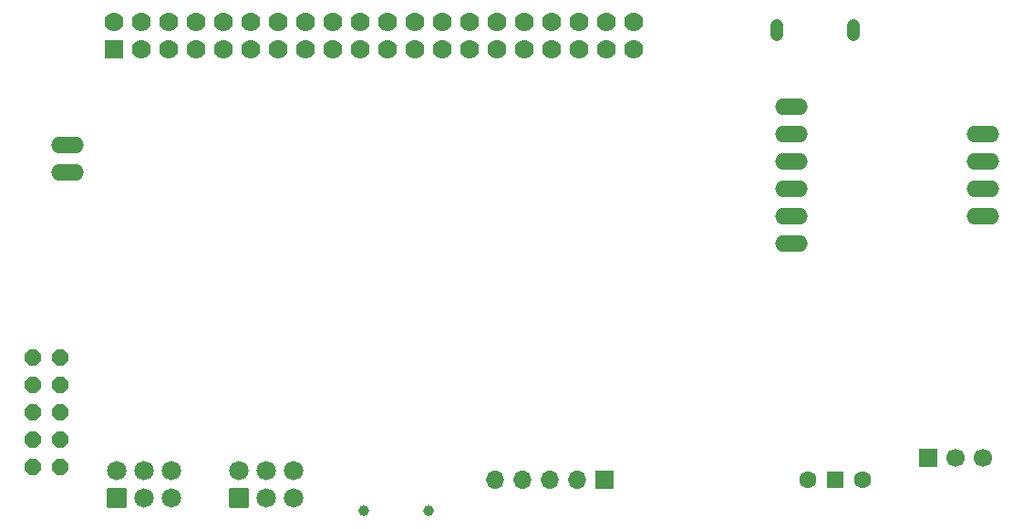
<source format=gbr>
%TF.GenerationSoftware,KiCad,Pcbnew,9.0.3*%
%TF.CreationDate,2025-12-03T20:13:16+05:30*%
%TF.ProjectId,cpm_vehicle_pcb,63706d5f-7665-4686-9963-6c655f706362,rev?*%
%TF.SameCoordinates,Original*%
%TF.FileFunction,Soldermask,Bot*%
%TF.FilePolarity,Negative*%
%FSLAX46Y46*%
G04 Gerber Fmt 4.6, Leading zero omitted, Abs format (unit mm)*
G04 Created by KiCad (PCBNEW 9.0.3) date 2025-12-03 20:13:16*
%MOMM*%
%LPD*%
G01*
G04 APERTURE LIST*
G04 Aperture macros list*
%AMRoundRect*
0 Rectangle with rounded corners*
0 $1 Rounding radius*
0 $2 $3 $4 $5 $6 $7 $8 $9 X,Y pos of 4 corners*
0 Add a 4 corners polygon primitive as box body*
4,1,4,$2,$3,$4,$5,$6,$7,$8,$9,$2,$3,0*
0 Add four circle primitives for the rounded corners*
1,1,$1+$1,$2,$3*
1,1,$1+$1,$4,$5*
1,1,$1+$1,$6,$7*
1,1,$1+$1,$8,$9*
0 Add four rect primitives between the rounded corners*
20,1,$1+$1,$2,$3,$4,$5,0*
20,1,$1+$1,$4,$5,$6,$7,0*
20,1,$1+$1,$6,$7,$8,$9,0*
20,1,$1+$1,$8,$9,$2,$3,0*%
%AMOutline5P*
0 Free polygon, 5 corners , with rotation*
0 The origin of the aperture is its center*
0 number of corners: always 5*
0 $1 to $10 corner X, Y*
0 $11 Rotation angle, in degrees counterclockwise*
0 create outline with 5 corners*
4,1,5,$1,$2,$3,$4,$5,$6,$7,$8,$9,$10,$1,$2,$11*%
%AMOutline6P*
0 Free polygon, 6 corners , with rotation*
0 The origin of the aperture is its center*
0 number of corners: always 6*
0 $1 to $12 corner X, Y*
0 $13 Rotation angle, in degrees counterclockwise*
0 create outline with 6 corners*
4,1,6,$1,$2,$3,$4,$5,$6,$7,$8,$9,$10,$11,$12,$1,$2,$13*%
%AMOutline7P*
0 Free polygon, 7 corners , with rotation*
0 The origin of the aperture is its center*
0 number of corners: always 7*
0 $1 to $14 corner X, Y*
0 $15 Rotation angle, in degrees counterclockwise*
0 create outline with 7 corners*
4,1,7,$1,$2,$3,$4,$5,$6,$7,$8,$9,$10,$11,$12,$13,$14,$1,$2,$15*%
%AMOutline8P*
0 Free polygon, 8 corners , with rotation*
0 The origin of the aperture is its center*
0 number of corners: always 8*
0 $1 to $16 corner X, Y*
0 $17 Rotation angle, in degrees counterclockwise*
0 create outline with 8 corners*
4,1,8,$1,$2,$3,$4,$5,$6,$7,$8,$9,$10,$11,$12,$13,$14,$15,$16,$1,$2,$17*%
G04 Aperture macros list end*
%ADD10O,3.048000X1.524000*%
%ADD11R,1.700000X1.700000*%
%ADD12C,1.700000*%
%ADD13O,1.700000X1.700000*%
%ADD14O,1.254000X2.054000*%
%ADD15R,1.500000X1.500000*%
%ADD16C,1.600000*%
%ADD17RoundRect,0.102000X-0.802500X-0.802500X0.802500X-0.802500X0.802500X0.802500X-0.802500X0.802500X0*%
%ADD18C,1.809000*%
%ADD19C,1.000000*%
%ADD20Outline8P,-0.762000X0.315631X-0.315631X0.762000X0.315631X0.762000X0.762000X0.315631X0.762000X-0.315631X0.315631X-0.762000X-0.315631X-0.762000X-0.762000X-0.315631X90.000000*%
%ADD21R,1.778000X1.778000*%
%ADD22C,1.778000*%
G04 APERTURE END LIST*
D10*
%TO.C,A1*%
X165180000Y-52880000D03*
X165180000Y-55420000D03*
X165180000Y-57960000D03*
X165180000Y-60500000D03*
X165180000Y-63040000D03*
X165180000Y-65580000D03*
X182960000Y-63040000D03*
X182960000Y-60500000D03*
X182960000Y-57960000D03*
X182960000Y-55420000D03*
%TD*%
D11*
%TO.C,J6*%
X177920000Y-85400000D03*
D12*
X180460000Y-85400000D03*
X183000000Y-85400000D03*
%TD*%
D10*
%TO.C,R/W0*%
X97950000Y-58950000D03*
X97950000Y-56410000D03*
%TD*%
D11*
%TO.C,J3*%
X147842500Y-87475000D03*
D13*
X145302500Y-87475000D03*
X142762500Y-87475000D03*
X140222500Y-87475000D03*
X137682500Y-87475000D03*
%TD*%
D14*
%TO.C,J4*%
X170975000Y-45710000D03*
X163825000Y-45710000D03*
%TD*%
D15*
%TO.C,SW2*%
X169250000Y-87450000D03*
D16*
X171790000Y-87450000D03*
X166710000Y-87450000D03*
%TD*%
D17*
%TO.C,J1*%
X102572500Y-89195000D03*
D18*
X102572500Y-86655000D03*
X105112500Y-89195000D03*
X105112500Y-86655000D03*
X107652500Y-89195000D03*
X107652500Y-86655000D03*
%TD*%
D19*
%TO.C,J5*%
X131462500Y-90375000D03*
X125462500Y-90375000D03*
%TD*%
D20*
%TO.C,EXT_PINS0*%
X97260000Y-86260000D03*
X94720000Y-86260000D03*
X97260000Y-83720000D03*
X94720000Y-83720000D03*
X97260000Y-81180000D03*
X94720000Y-81180000D03*
X97260000Y-78640000D03*
X94720000Y-78640000D03*
X97260000Y-76100000D03*
X94720000Y-76100000D03*
%TD*%
D21*
%TO.C,IC2*%
X102240000Y-47520000D03*
D22*
X102240000Y-44980000D03*
X104780000Y-47520000D03*
X104780000Y-44980000D03*
X107320000Y-47520000D03*
X107320000Y-44980000D03*
X109860000Y-47520000D03*
X109860000Y-44980000D03*
X112400000Y-47520000D03*
X112400000Y-44980000D03*
X114940000Y-47520000D03*
X114940000Y-44980000D03*
X117480000Y-47520000D03*
X117480000Y-44980000D03*
X120020000Y-47520000D03*
X120020000Y-44980000D03*
X122560000Y-47520000D03*
X122560000Y-44980000D03*
X125100000Y-47520000D03*
X125100000Y-44980000D03*
X127640000Y-47520000D03*
X127640000Y-44980000D03*
X130180000Y-47520000D03*
X130180000Y-44980000D03*
X132720000Y-47520000D03*
X132720000Y-44980000D03*
X135260000Y-47520000D03*
X135260000Y-44980000D03*
X137800000Y-47520000D03*
X137800000Y-44980000D03*
X140340000Y-47520000D03*
X140340000Y-44980000D03*
X142880000Y-47520000D03*
X142880000Y-44980000D03*
X145420000Y-47520000D03*
X145420000Y-44980000D03*
X147960000Y-47520000D03*
X147960000Y-44980000D03*
X150500000Y-47520000D03*
X150500000Y-44980000D03*
%TD*%
D17*
%TO.C,J2*%
X113902500Y-89205000D03*
D18*
X113902500Y-86665000D03*
X116442500Y-89205000D03*
X116442500Y-86665000D03*
X118982500Y-89205000D03*
X118982500Y-86665000D03*
%TD*%
M02*

</source>
